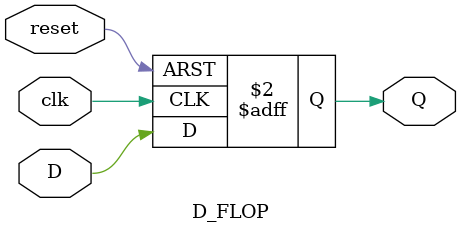
<source format=v>
`timescale 1ns / 1ps
module D_FLOP(clk, reset, D, Q);
	input      clk, reset, D; 
	output reg Q; 
	
	always @(posedge clk, posedge reset)
		if  (reset)	Q <= 1'b0; 
		else		Q <= D; 

endmodule

</source>
